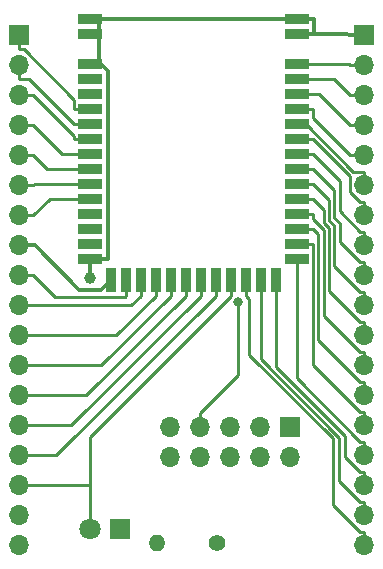
<source format=gtl>
G04 #@! TF.GenerationSoftware,KiCad,Pcbnew,(5.1.2)-2*
G04 #@! TF.CreationDate,2020-07-25T22:21:03+02:00*
G04 #@! TF.ProjectId,Adapter,41646170-7465-4722-9e6b-696361645f70,1*
G04 #@! TF.SameCoordinates,Original*
G04 #@! TF.FileFunction,Copper,L1,Top*
G04 #@! TF.FilePolarity,Positive*
%FSLAX46Y46*%
G04 Gerber Fmt 4.6, Leading zero omitted, Abs format (unit mm)*
G04 Created by KiCad (PCBNEW (5.1.2)-2) date 2020-07-25 22:21:03*
%MOMM*%
%LPD*%
G04 APERTURE LIST*
%ADD10O,1.700000X1.700000*%
%ADD11R,1.700000X1.700000*%
%ADD12R,2.100000X0.900000*%
%ADD13R,0.900000X2.100000*%
%ADD14R,1.800000X1.800000*%
%ADD15C,1.800000*%
%ADD16C,1.400000*%
%ADD17O,1.400000X1.400000*%
%ADD18C,0.800000*%
%ADD19C,1.000000*%
%ADD20C,0.250000*%
%ADD21C,0.300000*%
G04 APERTURE END LIST*
D10*
X166541000Y-114970600D03*
X166541000Y-112430600D03*
X166541000Y-109890600D03*
X166541000Y-107350600D03*
X166541000Y-104810600D03*
X166541000Y-102270600D03*
X166541000Y-99730600D03*
X166541000Y-97190600D03*
X166541000Y-94650600D03*
X166541000Y-92110600D03*
X166541000Y-89570600D03*
X166541000Y-87030600D03*
X166541000Y-84490600D03*
X166541000Y-81950600D03*
X166541000Y-79410600D03*
X166541000Y-76870600D03*
X166541000Y-74330600D03*
D11*
X166541000Y-71790600D03*
D10*
X137354000Y-114970600D03*
X137354000Y-112430600D03*
X137354000Y-109890600D03*
X137354000Y-107350600D03*
X137354000Y-104810600D03*
X137354000Y-102270600D03*
X137354000Y-99730600D03*
X137354000Y-97190600D03*
X137354000Y-94650600D03*
X137354000Y-92110600D03*
X137354000Y-89570600D03*
X137354000Y-87030600D03*
X137354000Y-84490600D03*
X137354000Y-81950600D03*
X137354000Y-79410600D03*
X137354000Y-76870600D03*
X137354000Y-74330600D03*
D11*
X137354000Y-71790600D03*
X160253000Y-104938000D03*
D10*
X160253000Y-107478000D03*
X157713000Y-104938000D03*
X157713000Y-107478000D03*
X155173000Y-104938000D03*
X155173000Y-107478000D03*
X152633000Y-104938000D03*
X152633000Y-107478000D03*
X150093000Y-104938000D03*
X150093000Y-107478000D03*
D12*
X143355000Y-90715200D03*
X160855000Y-90715200D03*
X143355000Y-70395200D03*
X143355000Y-71665200D03*
X160855000Y-71665200D03*
X160855000Y-70395200D03*
X143355000Y-74205200D03*
X160855000Y-74205200D03*
D13*
X159085000Y-92465200D03*
X145125000Y-92465200D03*
D12*
X143329300Y-89445200D03*
X160855000Y-89445200D03*
X160855000Y-88175200D03*
X160855000Y-86905200D03*
X160855000Y-85635200D03*
X160855000Y-84365200D03*
X160855000Y-83095200D03*
X160855000Y-81825200D03*
X160855000Y-80555200D03*
X160855000Y-79285200D03*
X160855000Y-78015200D03*
X160855000Y-76745200D03*
X160855000Y-75475200D03*
X143355000Y-86905200D03*
X143355000Y-88175200D03*
X143355000Y-84365200D03*
X143355000Y-85635200D03*
X143355000Y-81825200D03*
X143355000Y-83095200D03*
X143355000Y-79285200D03*
X143355000Y-80555200D03*
X143355000Y-76745200D03*
X143355000Y-78015200D03*
X143355000Y-75475200D03*
D13*
X157815000Y-92465200D03*
X156545000Y-92465200D03*
X155275000Y-92465200D03*
X154005000Y-92465200D03*
X152735000Y-92465200D03*
X151465000Y-92465200D03*
X146385000Y-92465200D03*
X150195000Y-92465200D03*
X148925000Y-92465200D03*
X147660000Y-92465200D03*
D14*
X145854000Y-113559000D03*
D15*
X143314000Y-113559000D03*
D16*
X154084000Y-114759000D03*
D17*
X149004000Y-114759000D03*
D18*
X155844200Y-94333600D03*
D19*
X143380900Y-92360200D03*
D20*
X156545000Y-92465200D02*
X156545000Y-93840500D01*
X166541000Y-113795300D02*
X166173700Y-113795300D01*
X166173700Y-113795300D02*
X163887400Y-111509000D01*
X163887400Y-111509000D02*
X163887400Y-105914800D01*
X163887400Y-105914800D02*
X156831900Y-98859300D01*
X156831900Y-98859300D02*
X156831900Y-94127400D01*
X156831900Y-94127400D02*
X156545000Y-93840500D01*
X166541000Y-114970600D02*
X166541000Y-113795300D01*
X157815000Y-92465200D02*
X157815000Y-93840500D01*
X166541000Y-111255300D02*
X166239700Y-111255300D01*
X166239700Y-111255300D02*
X164465100Y-109480700D01*
X164465100Y-109480700D02*
X164465100Y-105855600D01*
X164465100Y-105855600D02*
X157815000Y-99205500D01*
X157815000Y-99205500D02*
X157815000Y-93840500D01*
X166541000Y-112430600D02*
X166541000Y-111255300D01*
X159085000Y-93840500D02*
X159085000Y-99838600D01*
X159085000Y-99838600D02*
X164915400Y-105669000D01*
X164915400Y-105669000D02*
X164915400Y-107457100D01*
X164915400Y-107457100D02*
X166173600Y-108715300D01*
X166173600Y-108715300D02*
X166541000Y-108715300D01*
X166541000Y-109890600D02*
X166541000Y-108715300D01*
X159085000Y-92465200D02*
X159085000Y-93840500D01*
X166541000Y-107350600D02*
X166541000Y-106175300D01*
X160855000Y-90715200D02*
X160855000Y-100786900D01*
X160855000Y-100786900D02*
X166243400Y-106175300D01*
X166243400Y-106175300D02*
X166541000Y-106175300D01*
X160855000Y-89445200D02*
X162230300Y-89445200D01*
X166541000Y-104810600D02*
X166541000Y-103635300D01*
X162230300Y-89445200D02*
X162230300Y-99691900D01*
X162230300Y-99691900D02*
X166173700Y-103635300D01*
X166173700Y-103635300D02*
X166541000Y-103635300D01*
X160855000Y-88175200D02*
X162230300Y-88175200D01*
X162230300Y-88175200D02*
X162680600Y-88625500D01*
X162680600Y-88625500D02*
X162680600Y-97543900D01*
X162680600Y-97543900D02*
X166232000Y-101095300D01*
X166232000Y-101095300D02*
X166541000Y-101095300D01*
X166541000Y-102270600D02*
X166541000Y-101095300D01*
X162230300Y-86905200D02*
X162230300Y-87369200D01*
X162230300Y-87369200D02*
X163130900Y-88269800D01*
X163130900Y-88269800D02*
X163130900Y-95512600D01*
X163130900Y-95512600D02*
X166173600Y-98555300D01*
X166173600Y-98555300D02*
X166541000Y-98555300D01*
X160855000Y-86905200D02*
X162230300Y-86905200D01*
X166541000Y-99730600D02*
X166541000Y-98555300D01*
X160855000Y-85635200D02*
X162230300Y-85635200D01*
X162230300Y-85635200D02*
X163131200Y-86536100D01*
X163131200Y-86536100D02*
X163131200Y-87633200D01*
X163131200Y-87633200D02*
X163581300Y-88083300D01*
X163581300Y-88083300D02*
X163581300Y-93422900D01*
X163581300Y-93422900D02*
X166173700Y-96015300D01*
X166173700Y-96015300D02*
X166541000Y-96015300D01*
X166541000Y-97190600D02*
X166541000Y-96015300D01*
X162230300Y-84365200D02*
X163581500Y-85716400D01*
X163581500Y-85716400D02*
X163581500Y-87446600D01*
X163581500Y-87446600D02*
X164031700Y-87896800D01*
X164031700Y-87896800D02*
X164031700Y-91333300D01*
X164031700Y-91333300D02*
X166173700Y-93475300D01*
X166173700Y-93475300D02*
X166541000Y-93475300D01*
X166541000Y-94650600D02*
X166541000Y-93475300D01*
X160855000Y-84365200D02*
X162230300Y-84365200D01*
X162230300Y-83095200D02*
X164031800Y-84896700D01*
X164031800Y-84896700D02*
X164031800Y-87260000D01*
X164031800Y-87260000D02*
X164482100Y-87710300D01*
X164482100Y-87710300D02*
X164482100Y-89243700D01*
X164482100Y-89243700D02*
X166173700Y-90935300D01*
X166173700Y-90935300D02*
X166541000Y-90935300D01*
X166541000Y-92110600D02*
X166541000Y-90935300D01*
X160855000Y-83095200D02*
X162230300Y-83095200D01*
X166541000Y-89570600D02*
X166541000Y-88395300D01*
X160855000Y-81825200D02*
X162230300Y-81825200D01*
X162230300Y-81825200D02*
X164482200Y-84077100D01*
X164482200Y-84077100D02*
X164482200Y-86634100D01*
X164482200Y-86634100D02*
X166243400Y-88395300D01*
X166243400Y-88395300D02*
X166541000Y-88395300D01*
X166541000Y-87030600D02*
X166541000Y-85855300D01*
X160855000Y-80555200D02*
X162230300Y-80555200D01*
X162230300Y-80555200D02*
X165365700Y-83690600D01*
X165365700Y-83690600D02*
X165365700Y-85047400D01*
X165365700Y-85047400D02*
X166173600Y-85855300D01*
X166173600Y-85855300D02*
X166541000Y-85855300D01*
X166541000Y-84490600D02*
X166541000Y-83315300D01*
X160855000Y-79285200D02*
X161607400Y-79285200D01*
X161607400Y-79285200D02*
X165637500Y-83315300D01*
X165637500Y-83315300D02*
X166541000Y-83315300D01*
X152633000Y-103762700D02*
X155844200Y-100551500D01*
X155844200Y-100551500D02*
X155844200Y-94333600D01*
X152633000Y-104938000D02*
X152633000Y-103762700D01*
X160855000Y-78015200D02*
X162230300Y-78015200D01*
X166541000Y-81950600D02*
X165365700Y-81950600D01*
X162230300Y-78015200D02*
X162230300Y-78815200D01*
X162230300Y-78815200D02*
X165365700Y-81950600D01*
X166541000Y-79410600D02*
X165365700Y-79410600D01*
X160855000Y-76745200D02*
X162700300Y-76745200D01*
X162700300Y-76745200D02*
X165365700Y-79410600D01*
X166541000Y-76870600D02*
X165365700Y-76870600D01*
X160855000Y-75475200D02*
X163970300Y-75475200D01*
X163970300Y-75475200D02*
X165365700Y-76870600D01*
X166541000Y-74330600D02*
X165365700Y-74330600D01*
X160855000Y-74205200D02*
X165240300Y-74205200D01*
X165240300Y-74205200D02*
X165365700Y-74330600D01*
D21*
X144105200Y-74205200D02*
X144282000Y-74205200D01*
X144282000Y-74205200D02*
X144855300Y-74778500D01*
X144855300Y-74778500D02*
X144855300Y-90715200D01*
X144105200Y-74205200D02*
X144105200Y-71665200D01*
X143355000Y-90715200D02*
X144855300Y-90715200D01*
X143380900Y-92360200D02*
X143355000Y-92334300D01*
X143355000Y-92334300D02*
X143355000Y-90715200D01*
X143355000Y-74205200D02*
X144105200Y-74205200D01*
X144105200Y-71665200D02*
X144105200Y-70395200D01*
X144105200Y-70395200D02*
X160855000Y-70395200D01*
X143355000Y-70395200D02*
X144105200Y-70395200D01*
X143355000Y-71665200D02*
X144105200Y-71665200D01*
X166541000Y-71790600D02*
X165240700Y-71790600D01*
X162355300Y-71665200D02*
X165115300Y-71665200D01*
X165115300Y-71665200D02*
X165240700Y-71790600D01*
X161605200Y-71665200D02*
X162355300Y-71665200D01*
X160855000Y-71665200D02*
X161605200Y-71665200D01*
X160855000Y-70395200D02*
X162355300Y-70395200D01*
X162355300Y-70395200D02*
X162355300Y-71665200D01*
D20*
X155275000Y-92465200D02*
X155275000Y-93840500D01*
X143314000Y-109890600D02*
X143314000Y-113559000D01*
X155275000Y-93840500D02*
X143314000Y-105801500D01*
X143314000Y-105801500D02*
X143314000Y-109890600D01*
X143314000Y-109890600D02*
X138529300Y-109890600D01*
X137354000Y-109890600D02*
X138529300Y-109890600D01*
X154005000Y-92465200D02*
X154005000Y-93840500D01*
X154005000Y-93840500D02*
X140494900Y-107350600D01*
X140494900Y-107350600D02*
X137354000Y-107350600D01*
X152735000Y-92465200D02*
X152735000Y-93840500D01*
X152735000Y-93840500D02*
X141764900Y-104810600D01*
X141764900Y-104810600D02*
X137354000Y-104810600D01*
X151465000Y-92465200D02*
X151465000Y-93840500D01*
X151465000Y-93840500D02*
X143034900Y-102270600D01*
X143034900Y-102270600D02*
X137354000Y-102270600D01*
X150195000Y-92465200D02*
X150195000Y-93840500D01*
X150195000Y-93840500D02*
X144304900Y-99730600D01*
X144304900Y-99730600D02*
X137354000Y-99730600D01*
X148925000Y-92465200D02*
X148925000Y-93840500D01*
X148925000Y-93840500D02*
X145574900Y-97190600D01*
X145574900Y-97190600D02*
X137354000Y-97190600D01*
X147660000Y-93840500D02*
X146849900Y-94650600D01*
X146849900Y-94650600D02*
X137354000Y-94650600D01*
X147660000Y-92465200D02*
X147660000Y-93840500D01*
X137354000Y-92110600D02*
X138529300Y-92110600D01*
X146385000Y-92465200D02*
X146385000Y-93840500D01*
X146385000Y-93840500D02*
X146284900Y-93940600D01*
X146284900Y-93940600D02*
X140359300Y-93940600D01*
X140359300Y-93940600D02*
X138529300Y-92110600D01*
D21*
X138654300Y-89570600D02*
X142394200Y-93310500D01*
X142394200Y-93310500D02*
X144279700Y-93310500D01*
X144279700Y-93310500D02*
X145125000Y-92465200D01*
X137354000Y-89570600D02*
X138654300Y-89570600D01*
D20*
X137354000Y-87030600D02*
X138529300Y-87030600D01*
X143355000Y-85635200D02*
X139924700Y-85635200D01*
X139924700Y-85635200D02*
X138529300Y-87030600D01*
X137354000Y-84490600D02*
X138529300Y-84490600D01*
X143355000Y-84365200D02*
X138654700Y-84365200D01*
X138654700Y-84365200D02*
X138529300Y-84490600D01*
X137354000Y-81950600D02*
X138529300Y-81950600D01*
X143355000Y-83095200D02*
X139673900Y-83095200D01*
X139673900Y-83095200D02*
X138529300Y-81950600D01*
X137354000Y-79410600D02*
X138529300Y-79410600D01*
X143355000Y-81825200D02*
X140943900Y-81825200D01*
X140943900Y-81825200D02*
X138529300Y-79410600D01*
X143355000Y-80555200D02*
X141979700Y-80555200D01*
X137354000Y-76870600D02*
X138529300Y-76870600D01*
X141979700Y-80555200D02*
X141979700Y-80321000D01*
X141979700Y-80321000D02*
X138529300Y-76870600D01*
X137354000Y-74330600D02*
X137354000Y-75505900D01*
X143355000Y-79285200D02*
X141979700Y-79285200D01*
X141979700Y-79285200D02*
X138200400Y-75505900D01*
X138200400Y-75505900D02*
X137354000Y-75505900D01*
X137354000Y-71790600D02*
X137354000Y-72965900D01*
X143355000Y-78015200D02*
X141979700Y-78015200D01*
X141979700Y-78015200D02*
X141979700Y-77224300D01*
X141979700Y-77224300D02*
X137721300Y-72965900D01*
X137721300Y-72965900D02*
X137354000Y-72965900D01*
M02*

</source>
